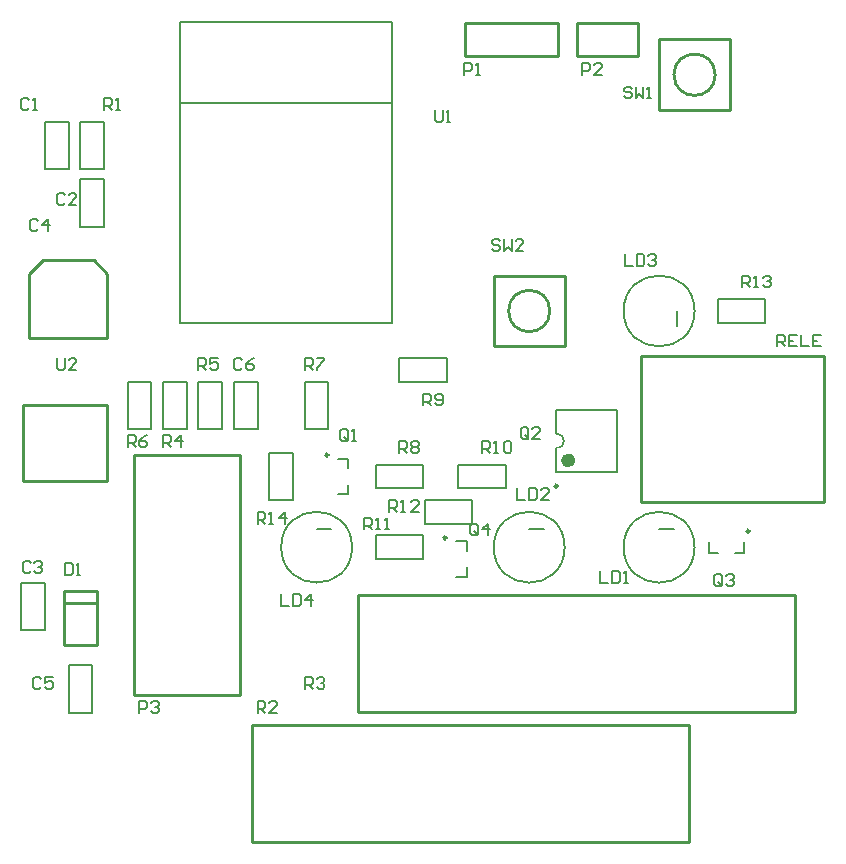
<source format=gto>
G04 Layer_Color=127485*
%FSLAX25Y25*%
%MOIN*%
G70*
G01*
G75*
%ADD38C,0.01000*%
%ADD39C,0.00787*%
%ADD40C,0.02362*%
%ADD41C,0.00984*%
D38*
X42323Y39370D02*
G03*
X42323Y39370I-6890J0D01*
G01*
X97441Y118110D02*
G03*
X97441Y118110I-6890J0D01*
G01*
X23622Y27559D02*
Y51181D01*
X47244D01*
Y27559D02*
Y51181D01*
X23622Y27559D02*
X47244D01*
X133858Y-24409D02*
Y24409D01*
X72835Y-24409D02*
X133858D01*
X72835D02*
Y24409D01*
X133858D01*
X-96457Y-8685D02*
X-61024D01*
Y-88685D02*
Y-8685D01*
X-96457Y-88685D02*
Y-8685D01*
Y-88685D02*
X-61024D01*
X-119673Y-57992D02*
X-108673D01*
X-119685Y-72047D02*
X-108661D01*
X-119685Y-53937D02*
X-108661D01*
X-119685Y-72047D02*
Y-53937D01*
X-108661Y-72047D02*
Y-53937D01*
X-57087Y-98610D02*
X88583D01*
Y-137610D02*
Y-98610D01*
X-57087Y-137610D02*
Y-98610D01*
Y-137610D02*
X88583D01*
X-21654Y-55303D02*
X124016D01*
Y-94303D02*
Y-55303D01*
X-21654Y-94303D02*
Y-55303D01*
Y-94303D02*
X124016D01*
X51429Y124421D02*
X71850D01*
X51429Y135421D02*
X71850D01*
Y124421D02*
Y135421D01*
X51429Y124421D02*
Y135421D01*
X-133232Y-17374D02*
Y8126D01*
Y-17374D02*
X-105232D01*
Y8126D01*
X-133232D02*
X-105232D01*
X78740Y129921D02*
X102362D01*
X78740Y106299D02*
Y129921D01*
Y106299D02*
X102362D01*
Y129921D01*
X44870Y124421D02*
Y135421D01*
X13870Y124421D02*
Y135421D01*
Y124421D02*
X44870D01*
X13870Y135421D02*
X44870D01*
X-105193Y30283D02*
Y51783D01*
X-131193Y30283D02*
X-105193D01*
X-131193Y51783D02*
X-126693Y56283D01*
X-131193Y30283D02*
Y51783D01*
X-109694Y56283D02*
X-105193Y51783D01*
X-126693Y56283D02*
X-109694D01*
D39*
X90551Y39370D02*
G03*
X90551Y39370I-11811J0D01*
G01*
X47244Y-39370D02*
G03*
X47244Y-39370I-11811J0D01*
G01*
X90551D02*
G03*
X90551Y-39370I-11811J0D01*
G01*
X44473Y-6466D02*
G03*
X44473Y-1466I0J2500D01*
G01*
X-23622Y-39370D02*
G03*
X-23622Y-39370I-11811J0D01*
G01*
X-10236Y35433D02*
Y135827D01*
X-81102Y35433D02*
X-10236D01*
X-81102D02*
Y135827D01*
X-10236D01*
X-81102Y108661D02*
X-10236D01*
X84646Y34465D02*
Y39370D01*
X35433Y-33465D02*
X40339D01*
X78740D02*
X83646D01*
X-133858Y-51181D02*
X-125984D01*
X-133858Y-66929D02*
X-125984D01*
X-133858D02*
Y-51181D01*
X-125984Y-66929D02*
Y-51181D01*
X-114173Y83268D02*
X-106299D01*
X-114173Y67520D02*
X-106299D01*
X-114173D02*
Y83268D01*
X-106299Y67520D02*
Y83268D01*
X-125984Y102362D02*
X-118110D01*
X-125984Y86614D02*
X-118110D01*
X-125984D02*
Y102362D01*
X-118110Y86614D02*
Y102362D01*
X-106299Y86614D02*
Y102362D01*
X-114173Y86614D02*
Y102362D01*
Y86614D02*
X-106299D01*
X-114173Y102362D02*
X-106299D01*
X64552Y-14399D02*
Y6467D01*
X44473Y-1466D02*
Y6467D01*
Y-14399D02*
Y-6466D01*
Y6467D02*
X64552D01*
X44473Y-14399D02*
X64552D01*
X-66929Y0D02*
Y15748D01*
X-74803Y0D02*
Y15748D01*
Y0D02*
X-66929D01*
X-74803Y15748D02*
X-66929D01*
X-86614Y0D02*
Y15748D01*
X-78740Y0D02*
Y15748D01*
X-86614D02*
X-78740D01*
X-86614Y0D02*
X-78740D01*
X-62992Y15748D02*
X-55118D01*
X-62992Y0D02*
X-55118D01*
X-62992D02*
Y15748D01*
X-55118Y0D02*
Y15748D01*
X98425Y35433D02*
X114173D01*
X98425Y43307D02*
X114173D01*
X98425Y35433D02*
Y43307D01*
X114173Y35433D02*
Y43307D01*
X-7874Y15748D02*
X7874D01*
X-7874Y23622D02*
X7874D01*
X-7874Y15748D02*
Y23622D01*
X7874Y15748D02*
Y23622D01*
X-118110Y-78740D02*
X-110236D01*
X-118110Y-94488D02*
X-110236D01*
X-118110D02*
Y-78740D01*
X-110236Y-94488D02*
Y-78740D01*
X-39370Y0D02*
Y15748D01*
X-31496Y0D02*
Y15748D01*
X-39370D02*
X-31496D01*
X-39370Y0D02*
X-31496D01*
X11811Y-11811D02*
X27559D01*
X11811Y-19685D02*
X27559D01*
Y-11811D01*
X11811Y-19685D02*
Y-11811D01*
X-15748Y-19685D02*
X0D01*
X-15748Y-11811D02*
X0D01*
X-15748Y-19685D02*
Y-11811D01*
X0Y-19685D02*
Y-11811D01*
X591Y-23622D02*
X16339D01*
X591Y-31496D02*
X16339D01*
Y-23622D01*
X591Y-31496D02*
Y-23622D01*
X-15748Y-35433D02*
X0D01*
X-15748Y-43307D02*
X0D01*
Y-35433D01*
X-15748Y-43307D02*
Y-35433D01*
X14567Y-49213D02*
Y-46063D01*
X11024Y-49213D02*
X14567D01*
Y-40551D02*
Y-37402D01*
X11024D02*
X14567D01*
X-35433Y-33465D02*
X-30528D01*
X-43307Y-23622D02*
Y-7874D01*
X-51181Y-23622D02*
Y-7874D01*
Y-23622D02*
X-43307D01*
X-51181Y-7874D02*
X-43307D01*
X-24803Y-21654D02*
Y-18504D01*
X-28346Y-21654D02*
X-24803D01*
Y-12992D02*
Y-9843D01*
X-28346D02*
X-24803D01*
X-98425Y0D02*
Y15748D01*
X-90551Y0D02*
Y15748D01*
X-98425D02*
X-90551D01*
X-98425Y0D02*
X-90551D01*
X95374Y-41240D02*
X98524D01*
X95374D02*
Y-37697D01*
X104035Y-41240D02*
X107185D01*
Y-37697D01*
X-122047Y23621D02*
Y20341D01*
X-121391Y19685D01*
X-120079D01*
X-119423Y20341D01*
Y23621D01*
X-115488Y19685D02*
X-118112D01*
X-115488Y22309D01*
Y22965D01*
X-116144Y23621D01*
X-117455D01*
X-118112Y22965D01*
X3937Y106298D02*
Y103018D01*
X4593Y102362D01*
X5905D01*
X6561Y103018D01*
Y106298D01*
X7873Y102362D02*
X9185D01*
X8529D01*
Y106298D01*
X7873Y105642D01*
X25624Y62580D02*
X24968Y63236D01*
X23656D01*
X23000Y62580D01*
Y61924D01*
X23656Y61268D01*
X24968D01*
X25624Y60612D01*
Y59956D01*
X24968Y59300D01*
X23656D01*
X23000Y59956D01*
X26936Y63236D02*
Y59300D01*
X28248Y60612D01*
X29560Y59300D01*
Y63236D01*
X33495Y59300D02*
X30871D01*
X33495Y61924D01*
Y62580D01*
X32839Y63236D01*
X31527D01*
X30871Y62580D01*
X69553Y113516D02*
X68897Y114172D01*
X67585D01*
X66929Y113516D01*
Y112860D01*
X67585Y112204D01*
X68897D01*
X69553Y111548D01*
Y110892D01*
X68897Y110236D01*
X67585D01*
X66929Y110892D01*
X70865Y114172D02*
Y110236D01*
X72177Y111548D01*
X73489Y110236D01*
Y114172D01*
X74801Y110236D02*
X76113D01*
X75457D01*
Y114172D01*
X74801Y113516D01*
X118110Y27559D02*
Y31495D01*
X120078D01*
X120734Y30839D01*
Y29527D01*
X120078Y28871D01*
X118110D01*
X119422D02*
X120734Y27559D01*
X124670Y31495D02*
X122046D01*
Y27559D01*
X124670D01*
X122046Y29527D02*
X123358D01*
X125982Y31495D02*
Y27559D01*
X128605D01*
X132541Y31495D02*
X129918D01*
Y27559D01*
X132541D01*
X129918Y29527D02*
X131229D01*
X-55118Y-31496D02*
Y-27560D01*
X-53150D01*
X-52494Y-28216D01*
Y-29528D01*
X-53150Y-30184D01*
X-55118D01*
X-53806D02*
X-52494Y-31496D01*
X-51182D02*
X-49870D01*
X-50526D01*
Y-27560D01*
X-51182Y-28216D01*
X-45935Y-31496D02*
Y-27560D01*
X-47903Y-29528D01*
X-45279D01*
X106299Y47244D02*
Y51180D01*
X108267D01*
X108923Y50524D01*
Y49212D01*
X108267Y48556D01*
X106299D01*
X107611D02*
X108923Y47244D01*
X110235D02*
X111547D01*
X110891D01*
Y51180D01*
X110235Y50524D01*
X113515D02*
X114171Y51180D01*
X115483D01*
X116139Y50524D01*
Y49868D01*
X115483Y49212D01*
X114827D01*
X115483D01*
X116139Y48556D01*
Y47900D01*
X115483Y47244D01*
X114171D01*
X113515Y47900D01*
X-11220Y-27559D02*
Y-23623D01*
X-9253D01*
X-8597Y-24279D01*
Y-25591D01*
X-9253Y-26247D01*
X-11220D01*
X-9909D02*
X-8597Y-27559D01*
X-7285D02*
X-5973D01*
X-6629D01*
Y-23623D01*
X-7285Y-24279D01*
X-1381Y-27559D02*
X-4005D01*
X-1381Y-24935D01*
Y-24279D01*
X-2037Y-23623D01*
X-3349D01*
X-4005Y-24279D01*
X-19685Y-33465D02*
Y-29529D01*
X-17717D01*
X-17061Y-30185D01*
Y-31497D01*
X-17717Y-32153D01*
X-19685D01*
X-18373D02*
X-17061Y-33465D01*
X-15749D02*
X-14437D01*
X-15093D01*
Y-29529D01*
X-15749Y-30185D01*
X-12470Y-33465D02*
X-11158D01*
X-11814D01*
Y-29529D01*
X-12470Y-30185D01*
X19685Y-7874D02*
Y-3938D01*
X21653D01*
X22309Y-4594D01*
Y-5906D01*
X21653Y-6562D01*
X19685D01*
X20997D02*
X22309Y-7874D01*
X23621D02*
X24933D01*
X24277D01*
Y-3938D01*
X23621Y-4594D01*
X26901D02*
X27556Y-3938D01*
X28868D01*
X29524Y-4594D01*
Y-7218D01*
X28868Y-7874D01*
X27556D01*
X26901Y-7218D01*
Y-4594D01*
X0Y7874D02*
Y11810D01*
X1968D01*
X2624Y11154D01*
Y9842D01*
X1968Y9186D01*
X0D01*
X1312D02*
X2624Y7874D01*
X3936Y8530D02*
X4592Y7874D01*
X5904D01*
X6560Y8530D01*
Y11154D01*
X5904Y11810D01*
X4592D01*
X3936Y11154D01*
Y10498D01*
X4592Y9842D01*
X6560D01*
X-7874Y-7874D02*
Y-3938D01*
X-5906D01*
X-5250Y-4594D01*
Y-5906D01*
X-5906Y-6562D01*
X-7874D01*
X-6562D02*
X-5250Y-7874D01*
X-3938Y-4594D02*
X-3282Y-3938D01*
X-1970D01*
X-1314Y-4594D01*
Y-5250D01*
X-1970Y-5906D01*
X-1314Y-6562D01*
Y-7218D01*
X-1970Y-7874D01*
X-3282D01*
X-3938Y-7218D01*
Y-6562D01*
X-3282Y-5906D01*
X-3938Y-5250D01*
Y-4594D01*
X-3282Y-5906D02*
X-1970D01*
X-39370Y19685D02*
Y23621D01*
X-37402D01*
X-36746Y22965D01*
Y21653D01*
X-37402Y20997D01*
X-39370D01*
X-38058D02*
X-36746Y19685D01*
X-35434Y23621D02*
X-32811D01*
Y22965D01*
X-35434Y20341D01*
Y19685D01*
X-98425Y-5906D02*
Y-1970D01*
X-96457D01*
X-95801Y-2626D01*
Y-3938D01*
X-96457Y-4594D01*
X-98425D01*
X-97113D02*
X-95801Y-5906D01*
X-91866Y-1970D02*
X-93177Y-2626D01*
X-94490Y-3938D01*
Y-5249D01*
X-93834Y-5906D01*
X-92522D01*
X-91866Y-5249D01*
Y-4594D01*
X-92522Y-3938D01*
X-94490D01*
X-74803Y19685D02*
Y23621D01*
X-72835D01*
X-72179Y22965D01*
Y21653D01*
X-72835Y20997D01*
X-74803D01*
X-73491D02*
X-72179Y19685D01*
X-68244Y23621D02*
X-70867D01*
Y21653D01*
X-69555Y22309D01*
X-68900D01*
X-68244Y21653D01*
Y20341D01*
X-68900Y19685D01*
X-70211D01*
X-70867Y20341D01*
X-86614Y-5906D02*
Y-1970D01*
X-84646D01*
X-83990Y-2626D01*
Y-3938D01*
X-84646Y-4594D01*
X-86614D01*
X-85302D02*
X-83990Y-5906D01*
X-80711D02*
Y-1970D01*
X-82678Y-3938D01*
X-80055D01*
X-39370Y-86614D02*
Y-82678D01*
X-37402D01*
X-36746Y-83334D01*
Y-84646D01*
X-37402Y-85302D01*
X-39370D01*
X-38058D02*
X-36746Y-86614D01*
X-35434Y-83334D02*
X-34778Y-82678D01*
X-33467D01*
X-32811Y-83334D01*
Y-83990D01*
X-33467Y-84646D01*
X-34122D01*
X-33467D01*
X-32811Y-85302D01*
Y-85958D01*
X-33467Y-86614D01*
X-34778D01*
X-35434Y-85958D01*
X-55118Y-94488D02*
Y-90552D01*
X-53150D01*
X-52494Y-91208D01*
Y-92520D01*
X-53150Y-93176D01*
X-55118D01*
X-53806D02*
X-52494Y-94488D01*
X-48559D02*
X-51182D01*
X-48559Y-91864D01*
Y-91208D01*
X-49215Y-90552D01*
X-50526D01*
X-51182Y-91208D01*
X-106299Y106299D02*
Y110235D01*
X-104331D01*
X-103675Y109579D01*
Y108267D01*
X-104331Y107611D01*
X-106299D01*
X-104987D02*
X-103675Y106299D01*
X-102364D02*
X-101052D01*
X-101707D01*
Y110235D01*
X-102364Y109579D01*
X18372Y-34777D02*
Y-32153D01*
X17716Y-31497D01*
X16404D01*
X15748Y-32153D01*
Y-34777D01*
X16404Y-35433D01*
X17716D01*
X17060Y-34121D02*
X18372Y-35433D01*
X17716D02*
X18372Y-34777D01*
X21652Y-35433D02*
Y-31497D01*
X19684Y-33465D01*
X22308D01*
X99771Y-51574D02*
Y-48951D01*
X99115Y-48295D01*
X97803D01*
X97148Y-48951D01*
Y-51574D01*
X97803Y-52230D01*
X99115D01*
X98459Y-50918D02*
X99771Y-52230D01*
X99115D02*
X99771Y-51574D01*
X101083Y-48951D02*
X101739Y-48295D01*
X103051D01*
X103707Y-48951D01*
Y-49606D01*
X103051Y-50262D01*
X102395D01*
X103051D01*
X103707Y-50918D01*
Y-51574D01*
X103051Y-52230D01*
X101739D01*
X101083Y-51574D01*
X35183Y-2529D02*
Y95D01*
X34527Y751D01*
X33215D01*
X32559Y95D01*
Y-2529D01*
X33215Y-3185D01*
X34527D01*
X33871Y-1873D02*
X35183Y-3185D01*
X34527D02*
X35183Y-2529D01*
X39119Y-3185D02*
X36495D01*
X39119Y-561D01*
Y95D01*
X38463Y751D01*
X37151D01*
X36495Y95D01*
X-24935Y-3281D02*
Y-657D01*
X-25591Y-1D01*
X-26903D01*
X-27559Y-657D01*
Y-3281D01*
X-26903Y-3937D01*
X-25591D01*
X-26247Y-2625D02*
X-24935Y-3937D01*
X-25591D02*
X-24935Y-3281D01*
X-23623Y-3937D02*
X-22311D01*
X-22967D01*
Y-1D01*
X-23623Y-657D01*
X-94488Y-94488D02*
Y-90552D01*
X-92520D01*
X-91864Y-91208D01*
Y-92520D01*
X-92520Y-93176D01*
X-94488D01*
X-90552Y-91208D02*
X-89897Y-90552D01*
X-88585D01*
X-87929Y-91208D01*
Y-91864D01*
X-88585Y-92520D01*
X-89240D01*
X-88585D01*
X-87929Y-93176D01*
Y-93832D01*
X-88585Y-94488D01*
X-89897D01*
X-90552Y-93832D01*
X52992Y118110D02*
Y122046D01*
X54960D01*
X55616Y121390D01*
Y120078D01*
X54960Y119422D01*
X52992D01*
X59552Y118110D02*
X56928D01*
X59552Y120734D01*
Y121390D01*
X58896Y122046D01*
X57584D01*
X56928Y121390D01*
X13622Y118110D02*
Y122046D01*
X15590D01*
X16246Y121390D01*
Y120078D01*
X15590Y119422D01*
X13622D01*
X17558Y118110D02*
X18870D01*
X18214D01*
Y122046D01*
X17558Y121390D01*
X-47244Y-55119D02*
Y-59055D01*
X-44620D01*
X-43308Y-55119D02*
Y-59055D01*
X-41341D01*
X-40685Y-58399D01*
Y-55775D01*
X-41341Y-55119D01*
X-43308D01*
X-37405Y-59055D02*
Y-55119D01*
X-39373Y-57087D01*
X-36749D01*
X67300Y58336D02*
Y54400D01*
X69924D01*
X71236Y58336D02*
Y54400D01*
X73204D01*
X73860Y55056D01*
Y57680D01*
X73204Y58336D01*
X71236D01*
X75172Y57680D02*
X75827Y58336D01*
X77139D01*
X77795Y57680D01*
Y57024D01*
X77139Y56368D01*
X76483D01*
X77139D01*
X77795Y55712D01*
Y55056D01*
X77139Y54400D01*
X75827D01*
X75172Y55056D01*
X31496Y-19686D02*
Y-23622D01*
X34120D01*
X35432Y-19686D02*
Y-23622D01*
X37400D01*
X38056Y-22966D01*
Y-20342D01*
X37400Y-19686D01*
X35432D01*
X41991Y-23622D02*
X39367D01*
X41991Y-20998D01*
Y-20342D01*
X41335Y-19686D01*
X40023D01*
X39367Y-20342D01*
X59055Y-47245D02*
Y-51181D01*
X61679D01*
X62991Y-47245D02*
Y-51181D01*
X64959D01*
X65615Y-50525D01*
Y-47901D01*
X64959Y-47245D01*
X62991D01*
X66927Y-51181D02*
X68239D01*
X67583D01*
Y-47245D01*
X66927Y-47901D01*
X-119396Y-44593D02*
Y-48529D01*
X-117428D01*
X-116772Y-47873D01*
Y-45249D01*
X-117428Y-44593D01*
X-119396D01*
X-115460Y-48529D02*
X-114148D01*
X-114804D01*
Y-44593D01*
X-115460Y-45249D01*
X-60368Y22965D02*
X-61024Y23621D01*
X-62336D01*
X-62992Y22965D01*
Y20341D01*
X-62336Y19685D01*
X-61024D01*
X-60368Y20341D01*
X-56433Y23621D02*
X-57744Y22965D01*
X-59056Y21653D01*
Y20341D01*
X-58400Y19685D01*
X-57089D01*
X-56433Y20341D01*
Y20997D01*
X-57089Y21653D01*
X-59056D01*
X-127297Y-83334D02*
X-127953Y-82678D01*
X-129265D01*
X-129921Y-83334D01*
Y-85958D01*
X-129265Y-86614D01*
X-127953D01*
X-127297Y-85958D01*
X-123362Y-82678D02*
X-125986D01*
Y-84646D01*
X-124674Y-83990D01*
X-124018D01*
X-123362Y-84646D01*
Y-85958D01*
X-124018Y-86614D01*
X-125330D01*
X-125986Y-85958D01*
X-128276Y69217D02*
X-128932Y69873D01*
X-130244D01*
X-130900Y69217D01*
Y66593D01*
X-130244Y65937D01*
X-128932D01*
X-128276Y66593D01*
X-124996Y65937D02*
Y69873D01*
X-126964Y67905D01*
X-124340D01*
X-130791Y-44683D02*
X-131447Y-44027D01*
X-132759D01*
X-133415Y-44683D01*
Y-47307D01*
X-132759Y-47963D01*
X-131447D01*
X-130791Y-47307D01*
X-129479Y-44683D02*
X-128823Y-44027D01*
X-127511D01*
X-126855Y-44683D01*
Y-45339D01*
X-127511Y-45995D01*
X-128167D01*
X-127511D01*
X-126855Y-46651D01*
Y-47307D01*
X-127511Y-47963D01*
X-128823D01*
X-129479Y-47307D01*
X-119423Y78083D02*
X-120079Y78739D01*
X-121391D01*
X-122047Y78083D01*
Y75459D01*
X-121391Y74803D01*
X-120079D01*
X-119423Y75459D01*
X-115488Y74803D02*
X-118112D01*
X-115488Y77427D01*
Y78083D01*
X-116144Y78739D01*
X-117455D01*
X-118112Y78083D01*
X-131234Y109579D02*
X-131890Y110235D01*
X-133202D01*
X-133858Y109579D01*
Y106955D01*
X-133202Y106299D01*
X-131890D01*
X-131234Y106955D01*
X-129922Y106299D02*
X-128611D01*
X-129267D01*
Y110235D01*
X-129922Y109579D01*
D40*
X49592Y-10462D02*
G03*
X49592Y-10462I-1181J0D01*
G01*
D41*
X44887Y-18966D02*
G03*
X44887Y-18966I-492J0D01*
G01*
X7874Y-36220D02*
G03*
X7874Y-36220I-492J0D01*
G01*
X-31496Y-8661D02*
G03*
X-31496Y-8661I-492J0D01*
G01*
X108858Y-34055D02*
G03*
X108858Y-34055I-492J0D01*
G01*
M02*

</source>
